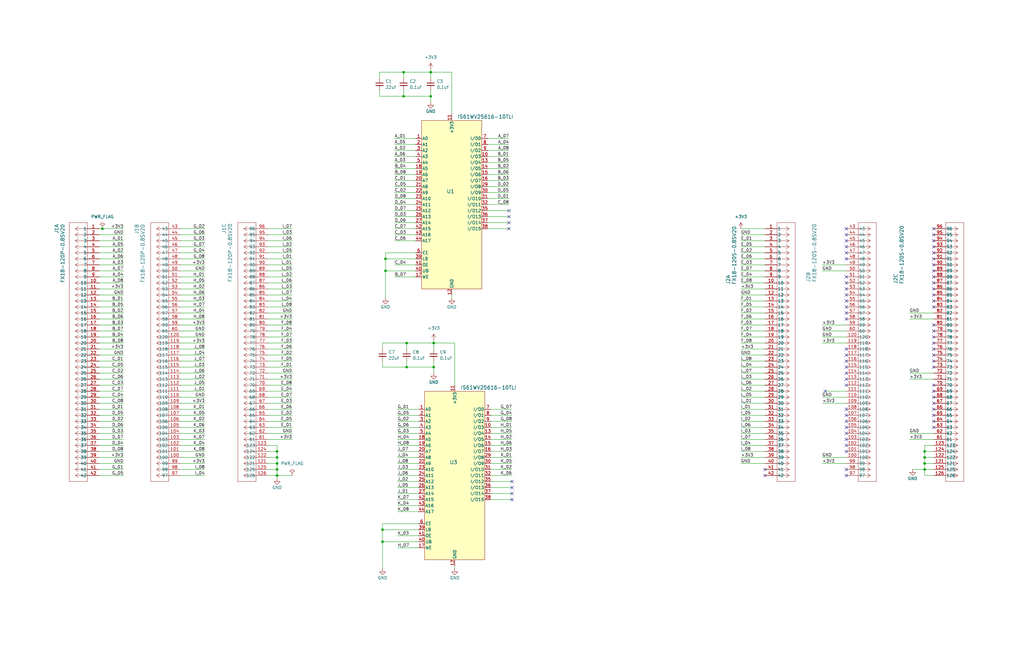
<source format=kicad_sch>
(kicad_sch (version 20231120) (generator "eeschema") (generator_version "8.0")
  (paper "USLedger")
  (lib_symbols
    (symbol "Device:C_Small" (pin_numbers hide) (pin_names (offset 0.254) hide)
      (property "Reference" "C" (at 0.254 1.778 0))
      (property "Value" "C_Small" (at 0.254 -2.032 0))
      (symbol "C_Small_1_1"
        (pin passive line (at 0 2.54 270) (length 2.032) (name "~") (number "1"))
        (pin passive line (at 0 -2.54 90) (length 2.032) (name "~") (number "2"))
      )
    )
    (symbol "FX18-120P-0-8SV20:FX18-120P-0.8SV20" (pin_names (offset 0.254))
      (property "Reference" "J" (at 8.89 6.35 0))
      (property "Value" "FX18-120P-0.8SV20" (at 0 0 0))
      (symbol "FX18-120P-0.8SV20_1_1"
        (pin passive line (at 0 0 0) (length 5.08) (name "1") (number "1"))
        (pin passive line (at 0 -22.86 0) (length 5.08) (name "10") (number "10"))
        (pin passive line (at 0 -25.4 0) (length 5.08) (name "11") (number "11"))
        (pin passive line (at 0 -27.94 0) (length 5.08) (name "12") (number "12"))
        (pin passive line (at 0 -30.48 0) (length 5.08) (name "13") (number "13"))
        (pin passive line (at 0 -33.02 0) (length 5.08) (name "14") (number "14"))
        (pin passive line (at 0 -35.56 0) (length 5.08) (name "15") (number "15"))
        (pin passive line (at 0 -38.1 0) (length 5.08) (name "16") (number "16"))
        (pin passive line (at 0 -40.64 0) (length 5.08) (name "17") (number "17"))
        (pin passive line (at 0 -43.18 0) (length 5.08) (name "18") (number "18"))
        (pin passive line (at 0 -45.72 0) (length 5.08) (name "19") (number "19"))
        (pin passive line (at 0 -2.54 0) (length 5.08) (name "2") (number "2"))
        (pin passive line (at 0 -48.26 0) (length 5.08) (name "20") (number "20"))
        (pin passive line (at 0 -50.8 0) (length 5.08) (name "21") (number "21"))
        (pin passive line (at 0 -53.34 0) (length 5.08) (name "22") (number "22"))
        (pin passive line (at 0 -55.88 0) (length 5.08) (name "23") (number "23"))
        (pin passive line (at 0 -58.42 0) (length 5.08) (name "24") (number "24"))
        (pin passive line (at 0 -60.96 0) (length 5.08) (name "25") (number "25"))
        (pin passive line (at 0 -63.5 0) (length 5.08) (name "26") (number "26"))
        (pin passive line (at 0 -66.04 0) (length 5.08) (name "27") (number "27"))
        (pin passive line (at 0 -68.58 0) (length 5.08) (name "28") (number "28"))
        (pin passive line (at 0 -71.12 0) (length 5.08) (name "29") (number "29"))
        (pin passive line (at 0 -5.08 0) (length 5.08) (name "3") (number "3"))
        (pin passive line (at 0 -73.66 0) (length 5.08) (name "30") (number "30"))
        (pin passive line (at 0 -76.2 0) (length 5.08) (name "31") (number "31"))
        (pin passive line (at 0 -78.74 0) (length 5.08) (name "32") (number "32"))
        (pin passive line (at 0 -81.28 0) (length 5.08) (name "33") (number "33"))
        (pin passive line (at 0 -83.82 0) (length 5.08) (name "34") (number "34"))
        (pin passive line (at 0 -86.36 0) (length 5.08) (name "35") (number "35"))
        (pin passive line (at 0 -88.9 0) (length 5.08) (name "36") (number "36"))
        (pin passive line (at 0 -91.44 0) (length 5.08) (name "37") (number "37"))
        (pin passive line (at 0 -93.98 0) (length 5.08) (name "38") (number "38"))
        (pin passive line (at 0 -96.52 0) (length 5.08) (name "39") (number "39"))
        (pin passive line (at 0 -7.62 0) (length 5.08) (name "4") (number "4"))
        (pin passive line (at 0 -99.06 0) (length 5.08) (name "40") (number "40"))
        (pin passive line (at 0 -101.6 0) (length 5.08) (name "41") (number "41"))
        (pin passive line (at 0 -104.14 0) (length 5.08) (name "42") (number "42"))
        (pin passive line (at 0 -10.16 0) (length 5.08) (name "5") (number "5"))
        (pin passive line (at 0 -12.7 0) (length 5.08) (name "6") (number "6"))
        (pin passive line (at 0 -15.24 0) (length 5.08) (name "7") (number "7"))
        (pin passive line (at 0 -17.78 0) (length 5.08) (name "8") (number "8"))
        (pin passive line (at 0 -20.32 0) (length 5.08) (name "9") (number "9"))
      )
      (symbol "FX18-120P-0.8SV20_2_1"
        (pin passive line (at 0 -96.52 0) (length 5.08) (name "100") (number "100"))
        (pin passive line (at 0 -93.98 0) (length 5.08) (name "101") (number "101"))
        (pin passive line (at 0 -91.44 0) (length 5.08) (name "102") (number "102"))
        (pin passive line (at 0 -88.9 0) (length 5.08) (name "103") (number "103"))
        (pin passive line (at 0 -86.36 0) (length 5.08) (name "104") (number "104"))
        (pin passive line (at 0 -83.82 0) (length 5.08) (name "105") (number "105"))
        (pin passive line (at 0 -81.28 0) (length 5.08) (name "106") (number "106"))
        (pin passive line (at 0 -78.74 0) (length 5.08) (name "107") (number "107"))
        (pin passive line (at 0 -76.2 0) (length 5.08) (name "108") (number "108"))
        (pin passive line (at 0 -73.66 0) (length 5.08) (name "109") (number "109"))
        (pin passive line (at 0 -71.12 0) (length 5.08) (name "110") (number "110"))
        (pin passive line (at 0 -68.58 0) (length 5.08) (name "111") (number "111"))
        (pin passive line (at 0 -66.04 0) (length 5.08) (name "112") (number "112"))
        (pin passive line (at 0 -63.5 0) (length 5.08) (name "113") (number "113"))
        (pin passive line (at 0 -60.96 0) (length 5.08) (name "114") (number "114"))
        (pin passive line (at 0 -58.42 0) (length 5.08) (name "115") (number "115"))
        (pin passive line (at 0 -55.88 0) (length 5.08) (name "116") (number "116"))
        (pin passive line (at 0 -53.34 0) (length 5.08) (name "117") (number "117"))
        (pin passive line (at 0 -50.8 0) (length 5.08) (name "118") (number "118"))
        (pin passive line (at 0 -48.26 0) (length 5.08) (name "119") (number "119"))
        (pin passive line (at 0 -45.72 0) (length 5.08) (name "120") (number "120"))
        (pin passive line (at 0 0 0) (length 5.08) (name "43") (number "43"))
        (pin passive line (at 0 -2.54 0) (length 5.08) (name "44") (number "44"))
        (pin passive line (at 0 -5.08 0) (length 5.08) (name "45") (number "45"))
        (pin passive line (at 0 -7.62 0) (length 5.08) (name "46") (number "46"))
        (pin passive line (at 0 -10.16 0) (length 5.08) (name "47") (number "47"))
        (pin passive line (at 0 -12.7 0) (length 5.08) (name "48") (number "48"))
        (pin passive line (at 0 -15.24 0) (length 5.08) (name "49") (number "49"))
        (pin passive line (at 0 -17.78 0) (length 5.08) (name "50") (number "50"))
        (pin passive line (at 0 -20.32 0) (length 5.08) (name "51") (number "51"))
        (pin passive line (at 0 -22.86 0) (length 5.08) (name "52") (number "52"))
        (pin passive line (at 0 -25.4 0) (length 5.08) (name "53") (number "53"))
        (pin passive line (at 0 -27.94 0) (length 5.08) (name "54") (number "54"))
        (pin passive line (at 0 -30.48 0) (length 5.08) (name "55") (number "55"))
        (pin passive line (at 0 -33.02 0) (length 5.08) (name "56") (number "56"))
        (pin passive line (at 0 -35.56 0) (length 5.08) (name "57") (number "57"))
        (pin passive line (at 0 -38.1 0) (length 5.08) (name "58") (number "58"))
        (pin passive line (at 0 -40.64 0) (length 5.08) (name "59") (number "59"))
        (pin passive line (at 0 -43.18 0) (length 5.08) (name "60") (number "60"))
        (pin passive line (at 0 -104.14 0) (length 5.08) (name "97") (number "97"))
        (pin passive line (at 0 -101.6 0) (length 5.08) (name "98") (number "98"))
        (pin passive line (at 0 -99.06 0) (length 5.08) (name "99") (number "99"))
      )
      (symbol "FX18-120P-0.8SV20_3_1"
        (pin passive line (at 0 -99.06 0) (length 5.08) (name "121") (number "121"))
        (pin passive line (at 0 -96.52 0) (length 5.08) (name "122") (number "122"))
        (pin passive line (at 0 -91.44 0) (length 5.08) (name "123") (number "123"))
        (pin passive line (at 0 -93.98 0) (length 5.08) (name "124") (number "124"))
        (pin passive line (at 0 -101.6 0) (length 5.08) (name "125") (number "125"))
        (pin passive line (at 0 -104.14 0) (length 5.08) (name "126") (number "126"))
        (pin passive line (at 0 -88.9 0) (length 5.08) (name "61") (number "61"))
        (pin passive line (at 0 -86.36 0) (length 5.08) (name "62") (number "62"))
        (pin passive line (at 0 -83.82 0) (length 5.08) (name "63") (number "63"))
        (pin passive line (at 0 -81.28 0) (length 5.08) (name "64") (number "64"))
        (pin passive line (at 0 -78.74 0) (length 5.08) (name "65") (number "65"))
        (pin passive line (at 0 -76.2 0) (length 5.08) (name "66") (number "66"))
        (pin passive line (at 0 -73.66 0) (length 5.08) (name "67") (number "67"))
        (pin passive line (at 0 -71.12 0) (length 5.08) (name "68") (number "68"))
        (pin passive line (at 0 -68.58 0) (length 5.08) (name "69") (number "69"))
        (pin passive line (at 0 -66.04 0) (length 5.08) (name "70") (number "70"))
        (pin passive line (at 0 -63.5 0) (length 5.08) (name "71") (number "71"))
        (pin passive line (at 0 -60.96 0) (length 5.08) (name "72") (number "72"))
        (pin passive line (at 0 -58.42 0) (length 5.08) (name "73") (number "73"))
        (pin passive line (at 0 -55.88 0) (length 5.08) (name "74") (number "74"))
        (pin passive line (at 0 -53.34 0) (length 5.08) (name "75") (number "75"))
        (pin passive line (at 0 -50.8 0) (length 5.08) (name "76") (number "76"))
        (pin passive line (at 0 -48.26 0) (length 5.08) (name "77") (number "77"))
        (pin passive line (at 0 -45.72 0) (length 5.08) (name "78") (number "78"))
        (pin passive line (at 0 -43.18 0) (length 5.08) (name "79") (number "79"))
        (pin passive line (at 0 -40.64 0) (length 5.08) (name "80") (number "80"))
        (pin passive line (at 0 -38.1 0) (length 5.08) (name "81") (number "81"))
        (pin passive line (at 0 -35.56 0) (length 5.08) (name "82") (number "82"))
        (pin passive line (at 0 -33.02 0) (length 5.08) (name "83") (number "83"))
        (pin passive line (at 0 -30.48 0) (length 5.08) (name "84") (number "84"))
        (pin passive line (at 0 -27.94 0) (length 5.08) (name "85") (number "85"))
        (pin passive line (at 0 -25.4 0) (length 5.08) (name "86") (number "86"))
        (pin passive line (at 0 -22.86 0) (length 5.08) (name "87") (number "87"))
        (pin passive line (at 0 -20.32 0) (length 5.08) (name "88") (number "88"))
        (pin passive line (at 0 -17.78 0) (length 5.08) (name "89") (number "89"))
        (pin passive line (at 0 -15.24 0) (length 5.08) (name "90") (number "90"))
        (pin passive line (at 0 -12.7 0) (length 5.08) (name "91") (number "91"))
        (pin passive line (at 0 -10.16 0) (length 5.08) (name "92") (number "92"))
        (pin passive line (at 0 -7.62 0) (length 5.08) (name "93") (number "93"))
        (pin passive line (at 0 -5.08 0) (length 5.08) (name "94") (number "94"))
        (pin passive line (at 0 -2.54 0) (length 5.08) (name "95") (number "95"))
        (pin passive line (at 0 0 0) (length 5.08) (name "96") (number "96"))
      )
    )
    (symbol "FX18-120S-0-8SV20:FX18-120S-0.8SV20" (pin_names (offset 0.254))
      (property "Reference" "J" (at 8.89 6.35 0))
      (property "Value" "FX18-120S-0.8SV20" (at 0 0 0))
      (symbol "FX18-120S-0.8SV20_1_1"
        (pin passive line (at 0 0 0) (length 5.08) (name "1") (number "1"))
        (pin passive line (at 0 -22.86 0) (length 5.08) (name "10") (number "10"))
        (pin passive line (at 0 -25.4 0) (length 5.08) (name "11") (number "11"))
        (pin passive line (at 0 -27.94 0) (length 5.08) (name "12") (number "12"))
        (pin passive line (at 0 -30.48 0) (length 5.08) (name "13") (number "13"))
        (pin passive line (at 0 -33.02 0) (length 5.08) (name "14") (number "14"))
        (pin passive line (at 0 -35.56 0) (length 5.08) (name "15") (number "15"))
        (pin passive line (at 0 -38.1 0) (length 5.08) (name "16") (number "16"))
        (pin passive line (at 0 -40.64 0) (length 5.08) (name "17") (number "17"))
        (pin passive line (at 0 -43.18 0) (length 5.08) (name "18") (number "18"))
        (pin passive line (at 0 -45.72 0) (length 5.08) (name "19") (number "19"))
        (pin passive line (at 0 -2.54 0) (length 5.08) (name "2") (number "2"))
        (pin passive line (at 0 -48.26 0) (length 5.08) (name "20") (number "20"))
        (pin passive line (at 0 -50.8 0) (length 5.08) (name "21") (number "21"))
        (pin passive line (at 0 -53.34 0) (length 5.08) (name "22") (number "22"))
        (pin passive line (at 0 -55.88 0) (length 5.08) (name "23") (number "23"))
        (pin passive line (at 0 -58.42 0) (length 5.08) (name "24") (number "24"))
        (pin passive line (at 0 -60.96 0) (length 5.08) (name "25") (number "25"))
        (pin passive line (at 0 -63.5 0) (length 5.08) (name "26") (number "26"))
        (pin passive line (at 0 -66.04 0) (length 5.08) (name "27") (number "27"))
        (pin passive line (at 0 -68.58 0) (length 5.08) (name "28") (number "28"))
        (pin passive line (at 0 -71.12 0) (length 5.08) (name "29") (number "29"))
        (pin passive line (at 0 -5.08 0) (length 5.08) (name "3") (number "3"))
        (pin passive line (at 0 -73.66 0) (length 5.08) (name "30") (number "30"))
        (pin passive line (at 0 -76.2 0) (length 5.08) (name "31") (number "31"))
        (pin passive line (at 0 -78.74 0) (length 5.08) (name "32") (number "32"))
        (pin passive line (at 0 -81.28 0) (length 5.08) (name "33") (number "33"))
        (pin passive line (at 0 -83.82 0) (length 5.08) (name "34") (number "34"))
        (pin passive line (at 0 -86.36 0) (length 5.08) (name "35") (number "35"))
        (pin passive line (at 0 -88.9 0) (length 5.08) (name "36") (number "36"))
        (pin passive line (at 0 -91.44 0) (length 5.08) (name "37") (number "37"))
        (pin passive line (at 0 -93.98 0) (length 5.08) (name "38") (number "38"))
        (pin passive line (at 0 -96.52 0) (length 5.08) (name "39") (number "39"))
        (pin passive line (at 0 -7.62 0) (length 5.08) (name "4") (number "4"))
        (pin passive line (at 0 -99.06 0) (length 5.08) (name "40") (number "40"))
        (pin passive line (at 0 -101.6 0) (length 5.08) (name "41") (number "41"))
        (pin passive line (at 0 -104.14 0) (length 5.08) (name "42") (number "42"))
        (pin passive line (at 0 -10.16 0) (length 5.08) (name "5") (number "5"))
        (pin passive line (at 0 -12.7 0) (length 5.08) (name "6") (number "6"))
        (pin passive line (at 0 -15.24 0) (length 5.08) (name "7") (number "7"))
        (pin passive line (at 0 -17.78 0) (length 5.08) (name "8") (number "8"))
        (pin passive line (at 0 -20.32 0) (length 5.08) (name "9") (number "9"))
      )
      (symbol "FX18-120S-0.8SV20_2_1"
        (pin passive line (at 0 -96.52 0) (length 5.08) (name "100") (number "100"))
        (pin passive line (at 0 -93.98 0) (length 5.08) (name "101") (number "101"))
        (pin passive line (at 0 -91.44 0) (length 5.08) (name "102") (number "102"))
        (pin passive line (at 0 -88.9 0) (length 5.08) (name "103") (number "103"))
        (pin passive line (at 0 -86.36 0) (length 5.08) (name "104") (number "104"))
        (pin passive line (at 0 -83.82 0) (length 5.08) (name "105") (number "105"))
        (pin passive line (at 0 -81.28 0) (length 5.08) (name "106") (number "106"))
        (pin passive line (at 0 -78.74 0) (length 5.08) (name "107") (number "107"))
        (pin passive line (at 0 -76.2 0) (length 5.08) (name "108") (number "108"))
        (pin passive line (at 0 -73.66 0) (length 5.08) (name "109") (number "109"))
        (pin passive line (at 0 -71.12 0) (length 5.08) (name "110") (number "110"))
        (pin passive line (at 0 -68.58 0) (length 5.08) (name "111") (number "111"))
        (pin passive line (at 0 -66.04 0) (length 5.08) (name "112") (number "112"))
        (pin passive line (at 0 -63.5 0) (length 5.08) (name "113") (number "113"))
        (pin passive line (at 0 -60.96 0) (length 5.08) (name "114") (number "114"))
        (pin passive line (at 0 -58.42 0) (length 5.08) (name "115") (number "115"))
        (pin passive line (at 0 -55.88 0) (length 5.08) (name "116") (number "116"))
        (pin passive line (at 0 -53.34 0) (length 5.08) (name "117") (number "117"))
        (pin passive line (at 0 -50.8 0) (length 5.08) (name "118") (number "118"))
        (pin passive line (at 0 -48.26 0) (length 5.08) (name "119") (number "119"))
        (pin passive line (at 0 -45.72 0) (length 5.08) (name "120") (number "120"))
        (pin passive line (at 0 0 0) (length 5.08) (name "43") (number "43"))
        (pin passive line (at 0 -2.54 0) (length 5.08) (name "44") (number "44"))
        (pin passive line (at 0 -5.08 0) (length 5.08) (name "45") (number "45"))
        (pin passive line (at 0 -7.62 0) (length 5.08) (name "46") (number "46"))
        (pin passive line (at 0 -10.16 0) (length 5.08) (name "47") (number "47"))
        (pin passive line (at 0 -12.7 0) (length 5.08) (name "48") (number "48"))
        (pin passive line (at 0 -15.24 0) (length 5.08) (name "49") (number "49"))
        (pin passive line (at 0 -17.78 0) (length 5.08) (name "50") (number "50"))
        (pin passive line (at 0 -20.32 0) (length 5.08) (name "51") (number "51"))
        (pin passive line (at 0 -22.86 0) (length 5.08) (name "52") (number "52"))
        (pin passive line (at 0 -25.4 0) (length 5.08) (name "53") (number "53"))
        (pin passive line (at 0 -27.94 0) (length 5.08) (name "54") (number "54"))
        (pin passive line (at 0 -30.48 0) (length 5.08) (name "55") (number "55"))
        (pin passive line (at 0 -33.02 0) (length 5.08) (name "56") (number "56"))
        (pin passive line (at 0 -35.56 0) (length 5.08) (name "57") (number "57"))
        (pin passive line (at 0 -38.1 0) (length 5.08) (name "58") (number "58"))
        (pin passive line (at 0 -40.64 0) (length 5.08) (name "59") (number "59"))
        (pin passive line (at 0 -43.18 0) (length 5.08) (name "60") (number "60"))
        (pin passive line (at 0 -104.14 0) (length 5.08) (name "97") (number "97"))
        (pin passive line (at 0 -101.6 0) (length 5.08) (name "98") (number "98"))
        (pin passive line (at 0 -99.06 0) (length 5.08) (name "99") (number "99"))
      )
      (symbol "FX18-120S-0.8SV20_3_1"
        (pin passive line (at 0 -99.06 0) (length 5.08) (name "121") (number "121"))
        (pin passive line (at 0 -96.52 0) (length 5.08) (name "122") (number "122"))
        (pin passive line (at 0 -91.44 0) (length 5.08) (name "123") (number "123"))
        (pin passive line (at 0 -93.98 0) (length 5.08) (name "124") (number "124"))
        (pin passive line (at 0 -101.6 0) (length 5.08) (name "125") (number "125"))
        (pin passive line (at 0 -104.14 0) (length 5.08) (name "126") (number "126"))
        (pin passive line (at 0 -88.9 0) (length 5.08) (name "61") (number "61"))
        (pin passive line (at 0 -86.36 0) (length 5.08) (name "62") (number "62"))
        (pin passive line (at 0 -83.82 0) (length 5.08) (name "63") (number "63"))
        (pin passive line (at 0 -81.28 0) (length 5.08) (name "64") (number "64"))
        (pin passive line (at 0 -78.74 0) (length 5.08) (name "65") (number "65"))
        (pin passive line (at 0 -76.2 0) (length 5.08) (name "66") (number "66"))
        (pin passive line (at 0 -73.66 0) (length 5.08) (name "67") (number "67"))
        (pin passive line (at 0 -71.12 0) (length 5.08) (name "68") (number "68"))
        (pin passive line (at 0 -68.58 0) (length 5.08) (name "69") (number "69"))
        (pin passive line (at 0 -66.04 0) (length 5.08) (name "70") (number "70"))
        (pin passive line (at 0 -63.5 0) (length 5.08) (name "71") (number "71"))
        (pin passive line (at 0 -60.96 0) (length 5.08) (name "72") (number "72"))
        (pin passive line (at 0 -58.42 0) (length 5.08) (name "73") (number "73"))
        (pin passive line (at 0 -55.88 0) (length 5.08) (name "74") (number "74"))
        (pin passive line (at 0 -53.34 0) (length 5.08) (name "75") (number "75"))
        (pin passive line (at 0 -50.8 0) (length 5.08) (name "76") (number "76"))
        (pin passive line (at 0 -48.26 0) (length 5.08) (name "77") (number "77"))
        (pin passive line (at 0 -45.72 0) (length 5.08) (name "78") (number "78"))
        (pin passive line (at 0 -43.18 0) (length 5.08) (name "79") (number "79"))
        (pin passive line (at 0 -40.64 0) (length 5.08) (name "80") (number "80"))
        (pin passive line (at 0 -38.1 0) (length 5.08) (name "81") (number "81"))
        (pin passive line (at 0 -35.56 0) (length 5.08) (name "82") (number "82"))
        (pin passive line (at 0 -33.02 0) (length 5.08) (name "83") (number "83"))
        (pin passive line (at 0 -30.48 0) (length 5.08) (name "84") (number "84"))
        (pin passive line (at 0 -27.94 0) (length 5.08) (name "85") (number "85"))
        (pin passive line (at 0 -25.4 0) (length 5.08) (name "86") (number "86"))
        (pin passive line (at 0 -22.86 0) (length 5.08) (name "87") (number "87"))
        (pin passive line (at 0 -20.32 0) (length 5.08) (name "88") (number "88"))
        (pin passive line (at 0 -17.78 0) (length 5.08) (name "89") (number "89"))
        (pin passive line (at 0 -15.24 0) (length 5.08) (name "90") (number "90"))
        (pin passive line (at 0 -12.7 0) (length 5.08) (name "91") (number "91"))
        (pin passive line (at 0 -10.16 0) (length 5.08) (name "92") (number "92"))
        (pin passive line (at 0 -7.62 0) (length 5.08) (name "93") (number "93"))
        (pin passive line (at 0 -5.08 0) (length 5.08) (name "94") (number "94"))
        (pin passive line (at 0 -2.54 0) (length 5.08) (name "95") (number "95"))
        (pin passive line (at 0 0 0) (length 5.08) (name "96") (number "96"))
      )
    )
    (symbol "IS61WV25616-10TLI:IS61WV25616BLL-10TLI-TR" (pin_names (offset 0.254))
      (property "Reference" "U" (at 40.386 14.224 0))
      (property "Value" "IS61WV25616-10TLI" (at 40.386 11.684 0))
      (symbol "IS61WV25616BLL-10TLI-TR_1_1"
        (pin input line (at 5.08 0 0) (length 2.54) (name "A0") (number "1"))
        (pin bidirectional line (at 35.56 -7.62 180) (length 2.54) (name "I/O3") (number "10"))
        (pin power_in line (at 20.32 10.16 270) (length 2.54) (name "+3V3") (number "11"))
        (pin power_in line (at 20.32 -66.04 90) (length 2.54) (name "GND") (number "12"))
        (pin bidirectional line (at 35.56 -10.16 180) (length 2.54) (name "I/O4") (number "13"))
        (pin bidirectional line (at 35.56 -12.7 180) (length 2.54) (name "I/O5") (number "14"))
        (pin bidirectional line (at 35.56 -15.24 180) (length 2.54) (name "I/O6") (number "15"))
        (pin bidirectional line (at 35.56 -17.78 180) (length 2.54) (name "I/O7") (number "16"))
        (pin input line (at 5.08 -58.42 0) (length 2.54) (name "WE") (number "17"))
        (pin input line (at 5.08 -12.7 0) (length 2.54) (name "A5") (number "18"))
        (pin input line (at 5.08 -15.24 0) (length 2.54) (name "A6") (number "19"))
        (pin input line (at 5.08 -2.54 0) (length 2.54) (name "A1") (number "2"))
        (pin input line (at 5.08 -17.78 0) (length 2.54) (name "A7") (number "20"))
        (pin input line (at 5.08 -20.32 0) (length 2.54) (name "A8") (number "21"))
        (pin input line (at 5.08 -22.86 0) (length 2.54) (name "A9") (number "22"))
        (pin input line (at 5.08 -25.4 0) (length 2.54) (name "A10") (number "23"))
        (pin input line (at 5.08 -27.94 0) (length 2.54) (name "A11") (number "24"))
        (pin input line (at 5.08 -30.48 0) (length 2.54) (name "A12") (number "25"))
        (pin input line (at 5.08 -33.02 0) (length 2.54) (name "A13") (number "26"))
        (pin input line (at 5.08 -35.56 0) (length 2.54) (name "A14") (number "27"))
        (pin no_connect line (at 5.08 -60.96 0) (length 2.54) hide (name "NC") (number "28"))
        (pin bidirectional line (at 35.56 -20.32 180) (length 2.54) (name "I/O8") (number "29"))
        (pin input line (at 5.08 -5.08 0) (length 2.54) (name "A2") (number "3"))
        (pin bidirectional line (at 35.56 -22.86 180) (length 2.54) (name "I/O9") (number "30"))
        (pin bidirectional line (at 35.56 -25.4 180) (length 2.54) (name "I/O10") (number "31"))
        (pin bidirectional line (at 35.56 -27.94 180) (length 2.54) (name "I/O11") (number "32"))
        (pin power_in line (at 20.32 10.16 270) (length 2.54) hide (name "+3V3") (number "33"))
        (pin power_in line (at 20.32 -66.04 90) (length 2.54) hide (name "GND") (number "34"))
        (pin bidirectional line (at 35.56 -30.48 180) (length 2.54) (name "I/O12") (number "35"))
        (pin bidirectional line (at 35.56 -33.02 180) (length 2.54) (name "I/O13") (number "36"))
        (pin bidirectional line (at 35.56 -35.56 180) (length 2.54) (name "I/O14") (number "37"))
        (pin bidirectional line (at 35.56 -38.1 180) (length 2.54) (name "I/O15") (number "38"))
        (pin input line (at 5.08 -50.8 0) (length 2.54) (name "LB") (number "39"))
        (pin input line (at 5.08 -7.62 0) (length 2.54) (name "A3") (number "4"))
        (pin input line (at 5.08 -55.88 0) (length 2.54) (name "UB") (number "40"))
        (pin input line (at 5.08 -53.34 0) (length 2.54) (name "OE") (number "41"))
        (pin input line (at 5.08 -38.1 0) (length 2.54) (name "A15") (number "42"))
        (pin input line (at 5.08 -40.64 0) (length 2.54) (name "A16") (number "43"))
        (pin input line (at 5.08 -43.18 0) (length 2.54) (name "A17") (number "44"))
        (pin input line (at 5.08 -10.16 0) (length 2.54) (name "A4") (number "5"))
        (pin input line (at 5.08 -48.26 0) (length 2.54) (name "CE") (number "6"))
        (pin bidirectional line (at 35.56 0 180) (length 2.54) (name "I/O0") (number "7"))
        (pin bidirectional line (at 35.56 -2.54 180) (length 2.54) (name "I/O1") (number "8"))
        (pin bidirectional line (at 35.56 -5.08 180) (length 2.54) (name "I/O2") (number "9"))
      )
    )
    (symbol "power:+3V3" (power) (pin_numbers hide) (pin_names (offset 0) hide)
      (property "Value" "+3V3" (at 0 3.556 0))
      (symbol "+3V3_1_1"
        (pin power_in line (at 0 0 90) (length 0) (name "~") (number "1"))
      )
    )
    (symbol "power:GND" (power) (pin_numbers hide) (pin_names (offset 0) hide)
      (property "Value" "GND" (at 0 -3.81 0))
      (symbol "GND_1_1"
        (pin power_in line (at 0 0 270) (length 0) (name "~") (number "1"))
      )
    )
    (symbol "power:PWR_FLAG" (power) (pin_numbers hide) (pin_names (offset 0) hide)
      (property "Value" "PWR_FLAG" (at 0 3.81 0))
      (symbol "PWR_FLAG_0_0"
        (pin power_out line (at 0 0 90) (length 0) (name "~") (number "1"))
      )
    )
  )
  (junction (at 171.45 154.94))
  (junction (at 43.18 96.52))
  (junction (at 116.84 198.12))
  (junction (at 170.18 40.64))
  (junction (at 116.84 200.66))
  (junction (at 116.84 195.58))
  (junction (at 182.88 144.78))
  (junction (at 161.29 223.52))
  (junction (at 116.84 193.04))
  (junction (at 162.56 114.3))
  (junction (at 389.89 190.5))
  (junction (at 181.61 30.48))
  (junction (at 116.84 190.5))
  (junction (at 182.88 154.94))
  (junction (at 389.89 195.58))
  (junction (at 389.89 193.04))
  (junction (at 389.89 198.12))
  (junction (at 162.56 109.22))
  (junction (at 171.45 144.78))
  (junction (at 181.61 40.64))
  (junction (at 170.18 30.48))
  (junction (at 161.29 228.6))
  (no_connect (at 393.7 104.14))
  (no_connect (at 393.7 116.84))
  (no_connect (at 393.7 111.76))
  (no_connect (at 356.87 134.62))
  (no_connect (at 393.7 177.8))
  (no_connect (at 356.87 124.46))
  (no_connect (at 356.87 96.52))
  (no_connect (at 393.7 114.3))
  (no_connect (at 356.87 106.68))
  (no_connect (at 393.7 109.22))
  (no_connect (at 356.87 198.12))
  (no_connect (at 322.58 198.12))
  (no_connect (at 393.7 121.92))
  (no_connect (at 356.87 104.14))
  (no_connect (at 393.7 149.86))
  (no_connect (at 356.87 99.06))
  (no_connect (at 356.87 149.86))
  (no_connect (at 393.7 139.7))
  (no_connect (at 356.87 177.8))
  (no_connect (at 393.7 96.52))
  (no_connect (at 356.87 101.6))
  (no_connect (at 393.7 101.6))
  (no_connect (at 356.87 182.88))
  (no_connect (at 214.63 96.52))
  (no_connect (at 356.87 116.84))
  (no_connect (at 214.63 91.44))
  (no_connect (at 214.63 93.98))
  (no_connect (at 393.7 167.64))
  (no_connect (at 215.9 203.2))
  (no_connect (at 356.87 175.26))
  (no_connect (at 356.87 109.22))
  (no_connect (at 347.98 165.1))
  (no_connect (at 356.87 127))
  (no_connect (at 393.7 137.16))
  (no_connect (at 393.7 124.46))
  (no_connect (at 393.7 142.24))
  (no_connect (at 393.7 144.78))
  (no_connect (at 393.7 162.56))
  (no_connect (at 356.87 119.38))
  (no_connect (at 356.87 160.02))
  (no_connect (at 393.7 180.34))
  (no_connect (at 356.87 190.5))
  (no_connect (at 393.7 170.18))
  (no_connect (at 356.87 180.34))
  (no_connect (at 393.7 99.06))
  (no_connect (at 393.7 147.32))
  (no_connect (at 393.7 175.26))
  (no_connect (at 356.87 152.4))
  (no_connect (at 356.87 187.96))
  (no_connect (at 356.87 154.94))
  (no_connect (at 356.87 185.42))
  (no_connect (at 215.9 205.74))
  (no_connect (at 393.7 152.4))
  (no_connect (at 356.87 132.08))
  (no_connect (at 215.9 210.82))
  (no_connect (at 322.58 200.66))
  (no_connect (at 356.87 147.32))
  (no_connect (at 356.87 200.66))
  (no_connect (at 393.7 172.72))
  (no_connect (at 356.87 129.54))
  (no_connect (at 393.7 129.54))
  (no_connect (at 356.87 157.48))
  (no_connect (at 214.63 88.9))
  (no_connect (at 393.7 165.1))
  (no_connect (at 393.7 106.68))
  (no_connect (at 393.7 154.94))
  (no_connect (at 215.9 208.28))
  (no_connect (at 356.87 172.72))
  (no_connect (at 356.87 162.56))
  (no_connect (at 393.7 119.38))
  (no_connect (at 393.7 127))
  (no_connect (at 356.87 121.92))
  (wire (pts (xy 312.42 154.94) (xy 322.58 154.94)))
  (wire (pts (xy 86.36 187.96) (xy 76.2 187.96)))
  (wire (pts (xy 52.07 190.5) (xy 41.91 190.5)))
  (wire (pts (xy 312.42 167.64) (xy 322.58 167.64)))
  (wire (pts (xy 312.42 190.5) (xy 322.58 190.5)))
  (wire (pts (xy 347.98 165.1) (xy 356.87 165.1)))
  (wire (pts (xy 383.54 182.88) (xy 393.7 182.88)))
  (wire (pts (xy 52.07 157.48) (xy 41.91 157.48)))
  (wire (pts (xy 161.29 220.98) (xy 176.53 220.98)))
  (wire (pts (xy 167.64 185.42) (xy 176.53 185.42)))
  (wire (pts (xy 346.71 139.7) (xy 356.87 139.7)))
  (wire (pts (xy 312.42 104.14) (xy 322.58 104.14)))
  (wire (pts (xy 52.07 111.76) (xy 41.91 111.76)))
  (wire (pts (xy 167.64 180.34) (xy 176.53 180.34)))
  (wire (pts (xy 123.19 109.22) (xy 113.03 109.22)))
  (wire (pts (xy 205.74 81.28) (xy 214.63 81.28)))
  (wire (pts (xy 52.07 106.68) (xy 41.91 106.68)))
  (wire (pts (xy 52.07 200.66) (xy 41.91 200.66)))
  (wire (pts (xy 207.01 175.26) (xy 215.9 175.26)))
  (wire (pts (xy 383.54 160.02) (xy 393.7 160.02)))
  (wire (pts (xy 182.88 144.78) (xy 182.88 147.32)))
  (wire (pts (xy 166.37 66.04) (xy 175.26 66.04)))
  (wire (pts (xy 383.54 185.42) (xy 393.7 185.42)))
  (wire (pts (xy 86.36 111.76) (xy 76.2 111.76)))
  (wire (pts (xy 52.07 185.42) (xy 41.91 185.42)))
  (wire (pts (xy 52.07 175.26) (xy 41.91 175.26)))
  (wire (pts (xy 76.2 109.22) (xy 86.36 109.22)))
  (wire (pts (xy 312.42 195.58) (xy 322.58 195.58)))
  (wire (pts (xy 52.07 198.12) (xy 41.91 198.12)))
  (wire (pts (xy 123.19 160.02) (xy 113.03 160.02)))
  (wire (pts (xy 116.84 190.5) (xy 113.03 190.5)))
  (wire (pts (xy 167.64 195.58) (xy 176.53 195.58)))
  (wire (pts (xy 312.42 152.4) (xy 322.58 152.4)))
  (wire (pts (xy 52.07 187.96) (xy 41.91 187.96)))
  (wire (pts (xy 86.36 172.72) (xy 76.2 172.72)))
  (wire (pts (xy 116.84 198.12) (xy 113.03 198.12)))
  (wire (pts (xy 86.36 127) (xy 76.2 127)))
  (wire (pts (xy 86.36 137.16) (xy 76.2 137.16)))
  (wire (pts (xy 52.07 116.84) (xy 41.91 116.84)))
  (wire (pts (xy 52.07 160.02) (xy 41.91 160.02)))
  (wire (pts (xy 312.42 99.06) (xy 322.58 99.06)))
  (wire (pts (xy 170.18 30.48) (xy 181.61 30.48)))
  (wire (pts (xy 86.36 190.5) (xy 76.2 190.5)))
  (wire (pts (xy 312.42 149.86) (xy 322.58 149.86)))
  (wire (pts (xy 166.37 96.52) (xy 175.26 96.52)))
  (wire (pts (xy 116.84 193.04) (xy 116.84 195.58)))
  (wire (pts (xy 207.01 198.12) (xy 215.9 198.12)))
  (wire (pts (xy 312.42 137.16) (xy 322.58 137.16)))
  (wire (pts (xy 52.07 149.86) (xy 41.91 149.86)))
  (wire (pts (xy 52.07 137.16) (xy 41.91 137.16)))
  (wire (pts (xy 207.01 208.28) (xy 215.9 208.28)))
  (wire (pts (xy 190.5 30.48) (xy 181.61 30.48)))
  (wire (pts (xy 86.36 121.92) (xy 76.2 121.92)))
  (wire (pts (xy 312.42 121.92) (xy 322.58 121.92)))
  (wire (pts (xy 123.19 185.42) (xy 113.03 185.42)))
  (wire (pts (xy 167.64 213.36) (xy 176.53 213.36)))
  (wire (pts (xy 116.84 200.66) (xy 123.19 200.66)))
  (wire (pts (xy 162.56 109.22) (xy 175.26 109.22)))
  (wire (pts (xy 205.74 73.66) (xy 214.63 73.66)))
  (wire (pts (xy 52.07 154.94) (xy 41.91 154.94)))
  (wire (pts (xy 52.07 119.38) (xy 41.91 119.38)))
  (wire (pts (xy 86.36 147.32) (xy 76.2 147.32)))
  (wire (pts (xy 86.36 195.58) (xy 76.2 195.58)))
  (wire (pts (xy 123.19 142.24) (xy 113.03 142.24)))
  (wire (pts (xy 52.07 147.32) (xy 41.91 147.32)))
  (wire (pts (xy 160.02 40.64) (xy 170.18 40.64)))
  (wire (pts (xy 389.89 190.5) (xy 393.7 190.5)))
  (wire (pts (xy 123.19 134.62) (xy 113.03 134.62)))
  (wire (pts (xy 171.45 144.78) (xy 182.88 144.78)))
  (wire (pts (xy 123.19 147.32) (xy 113.03 147.32)))
  (wire (pts (xy 116.84 193.04) (xy 113.03 193.04)))
  (wire (pts (xy 52.07 114.3) (xy 41.91 114.3)))
  (wire (pts (xy 86.36 152.4) (xy 76.2 152.4)))
  (wire (pts (xy 312.42 139.7) (xy 322.58 139.7)))
  (wire (pts (xy 167.64 182.88) (xy 176.53 182.88)))
  (wire (pts (xy 123.19 132.08) (xy 113.03 132.08)))
  (wire (pts (xy 116.84 187.96) (xy 116.84 190.5)))
  (wire (pts (xy 123.19 175.26) (xy 113.03 175.26)))
  (wire (pts (xy 161.29 144.78) (xy 171.45 144.78)))
  (wire (pts (xy 393.7 187.96) (xy 389.89 187.96)))
  (wire (pts (xy 86.36 157.48) (xy 76.2 157.48)))
  (wire (pts (xy 181.61 29.21) (xy 181.61 30.48)))
  (wire (pts (xy 205.74 63.5) (xy 214.63 63.5)))
  (wire (pts (xy 43.18 96.52) (xy 41.91 96.52)))
  (wire (pts (xy 116.84 200.66) (xy 116.84 201.93)))
  (wire (pts (xy 389.89 198.12) (xy 389.89 200.66)))
  (wire (pts (xy 116.84 195.58) (xy 113.03 195.58)))
  (wire (pts (xy 86.36 142.24) (xy 76.2 142.24)))
  (wire (pts (xy 123.19 162.56) (xy 113.03 162.56)))
  (wire (pts (xy 166.37 73.66) (xy 175.26 73.66)))
  (wire (pts (xy 86.36 119.38) (xy 76.2 119.38)))
  (wire (pts (xy 383.54 157.48) (xy 393.7 157.48)))
  (wire (pts (xy 166.37 63.5) (xy 175.26 63.5)))
  (wire (pts (xy 166.37 71.12) (xy 175.26 71.12)))
  (wire (pts (xy 160.02 33.02) (xy 160.02 30.48)))
  (wire (pts (xy 389.89 193.04) (xy 389.89 195.58)))
  (wire (pts (xy 86.36 182.88) (xy 76.2 182.88)))
  (wire (pts (xy 116.84 198.12) (xy 116.84 200.66)))
  (wire (pts (xy 205.74 91.44) (xy 214.63 91.44)))
  (wire (pts (xy 166.37 99.06) (xy 175.26 99.06)))
  (wire (pts (xy 52.07 101.6) (xy 41.91 101.6)))
  (wire (pts (xy 86.36 160.02) (xy 76.2 160.02)))
  (wire (pts (xy 207.01 200.66) (xy 215.9 200.66)))
  (wire (pts (xy 312.42 157.48) (xy 322.58 157.48)))
  (wire (pts (xy 162.56 106.68) (xy 175.26 106.68)))
  (wire (pts (xy 167.64 215.9) (xy 176.53 215.9)))
  (wire (pts (xy 312.42 144.78) (xy 322.58 144.78)))
  (wire (pts (xy 205.74 96.52) (xy 214.63 96.52)))
  (wire (pts (xy 171.45 152.4) (xy 171.45 154.94)))
  (wire (pts (xy 161.29 223.52) (xy 176.53 223.52)))
  (wire (pts (xy 52.07 182.88) (xy 41.91 182.88)))
  (wire (pts (xy 123.19 180.34) (xy 113.03 180.34)))
  (wire (pts (xy 167.64 210.82) (xy 176.53 210.82)))
  (wire (pts (xy 207.01 190.5) (xy 215.9 190.5)))
  (wire (pts (xy 116.84 195.58) (xy 116.84 198.12)))
  (wire (pts (xy 52.07 162.56) (xy 41.91 162.56)))
  (wire (pts (xy 123.19 152.4) (xy 113.03 152.4)))
  (wire (pts (xy 312.42 114.3) (xy 322.58 114.3)))
  (wire (pts (xy 162.56 109.22) (xy 162.56 114.3)))
  (wire (pts (xy 167.64 208.28) (xy 176.53 208.28)))
  (wire (pts (xy 312.42 170.18) (xy 322.58 170.18)))
  (wire (pts (xy 346.71 193.04) (xy 356.87 193.04)))
  (wire (pts (xy 166.37 83.82) (xy 175.26 83.82)))
  (wire (pts (xy 167.64 175.26) (xy 176.53 175.26)))
  (wire (pts (xy 167.64 198.12) (xy 176.53 198.12)))
  (wire (pts (xy 182.88 152.4) (xy 182.88 154.94)))
  (wire (pts (xy 205.74 71.12) (xy 214.63 71.12)))
  (wire (pts (xy 389.89 198.12) (xy 393.7 198.12)))
  (wire (pts (xy 207.01 187.96) (xy 215.9 187.96)))
  (wire (pts (xy 162.56 114.3) (xy 175.26 114.3)))
  (wire (pts (xy 389.89 195.58) (xy 393.7 195.58)))
  (wire (pts (xy 166.37 88.9) (xy 175.26 88.9)))
  (wire (pts (xy 167.64 177.8) (xy 176.53 177.8)))
  (wire (pts (xy 167.64 187.96) (xy 176.53 187.96)))
  (wire (pts (xy 207.01 210.82) (xy 215.9 210.82)))
  (wire (pts (xy 312.42 165.1) (xy 322.58 165.1)))
  (wire (pts (xy 123.19 116.84) (xy 113.03 116.84)))
  (wire (pts (xy 191.77 144.78) (xy 182.88 144.78)))
  (wire (pts (xy 113.03 187.96) (xy 116.84 187.96)))
  (wire (pts (xy 312.42 116.84) (xy 322.58 116.84)))
  (wire (pts (xy 170.18 30.48) (xy 170.18 33.02)))
  (wire (pts (xy 171.45 154.94) (xy 182.88 154.94)))
  (wire (pts (xy 86.36 180.34) (xy 76.2 180.34)))
  (wire (pts (xy 312.42 172.72) (xy 322.58 172.72)))
  (wire (pts (xy 52.07 139.7) (xy 41.91 139.7)))
  (wire (pts (xy 312.42 147.32) (xy 322.58 147.32)))
  (wire (pts (xy 123.19 165.1) (xy 113.03 165.1)))
  (wire (pts (xy 86.36 175.26) (xy 76.2 175.26)))
  (wire (pts (xy 312.42 187.96) (xy 322.58 187.96)))
  (wire (pts (xy 123.19 106.68) (xy 113.03 106.68)))
  (wire (pts (xy 161.29 154.94) (xy 171.45 154.94)))
  (wire (pts (xy 52.07 180.34) (xy 41.91 180.34)))
  (wire (pts (xy 86.36 154.94) (xy 76.2 154.94)))
  (wire (pts (xy 207.01 182.88) (xy 215.9 182.88)))
  (wire (pts (xy 205.74 58.42) (xy 214.63 58.42)))
  (wire (pts (xy 190.5 124.46) (xy 190.5 125.73)))
  (wire (pts (xy 166.37 68.58) (xy 175.26 68.58)))
  (wire (pts (xy 123.19 111.76) (xy 113.03 111.76)))
  (wire (pts (xy 166.37 76.2) (xy 175.26 76.2)))
  (wire (pts (xy 123.19 124.46) (xy 113.03 124.46)))
  (wire (pts (xy 86.36 129.54) (xy 76.2 129.54)))
  (wire (pts (xy 86.36 167.64) (xy 76.2 167.64)))
  (wire (pts (xy 123.19 129.54) (xy 113.03 129.54)))
  (wire (pts (xy 205.74 93.98) (xy 214.63 93.98)))
  (wire (pts (xy 312.42 109.22) (xy 322.58 109.22)))
  (wire (pts (xy 167.64 200.66) (xy 176.53 200.66)))
  (wire (pts (xy 346.71 114.3) (xy 356.87 114.3)))
  (wire (pts (xy 346.71 137.16) (xy 356.87 137.16)))
  (wire (pts (xy 389.89 190.5) (xy 389.89 193.04)))
  (wire (pts (xy 123.19 167.64) (xy 113.03 167.64)))
  (wire (pts (xy 346.71 111.76) (xy 356.87 111.76)))
  (wire (pts (xy 116.84 190.5) (xy 116.84 193.04)))
  (wire (pts (xy 205.74 76.2) (xy 214.63 76.2)))
  (wire (pts (xy 86.36 139.7) (xy 76.2 139.7)))
  (wire (pts (xy 52.07 142.24) (xy 41.91 142.24)))
  (wire (pts (xy 86.36 101.6) (xy 76.2 101.6)))
  (wire (pts (xy 190.5 48.26) (xy 190.5 30.48)))
  (wire (pts (xy 207.01 193.04) (xy 215.9 193.04)))
  (wire (pts (xy 123.19 157.48) (xy 113.03 157.48)))
  (wire (pts (xy 312.42 124.46) (xy 322.58 124.46)))
  (wire (pts (xy 161.29 220.98) (xy 161.29 223.52)))
  (wire (pts (xy 312.42 175.26) (xy 322.58 175.26)))
  (wire (pts (xy 116.84 200.66) (xy 113.03 200.66)))
  (wire (pts (xy 52.07 121.92) (xy 41.91 121.92)))
  (wire (pts (xy 346.71 170.18) (xy 356.87 170.18)))
  (wire (pts (xy 207.01 195.58) (xy 215.9 195.58)))
  (wire (pts (xy 389.89 187.96) (xy 389.89 190.5)))
  (wire (pts (xy 86.36 149.86) (xy 76.2 149.86)))
  (wire (pts (xy 166.37 93.98) (xy 175.26 93.98)))
  (wire (pts (xy 52.07 96.52) (xy 43.18 96.52)))
  (wire (pts (xy 123.19 104.14) (xy 113.03 104.14)))
  (wire (pts (xy 52.07 165.1) (xy 41.91 165.1)))
  (wire (pts (xy 86.36 177.8) (xy 76.2 177.8)))
  (wire (pts (xy 166.37 60.96) (xy 175.26 60.96)))
  (wire (pts (xy 86.36 200.66) (xy 76.2 200.66)))
  (wire (pts (xy 86.36 96.52) (xy 76.2 96.52)))
  (wire (pts (xy 123.19 96.52) (xy 113.03 96.52)))
  (wire (pts (xy 181.61 30.48) (xy 181.61 33.02)))
  (wire (pts (xy 170.18 38.1) (xy 170.18 40.64)))
  (wire (pts (xy 383.54 134.62) (xy 393.7 134.62)))
  (wire (pts (xy 312.42 127) (xy 322.58 127)))
  (wire (pts (xy 123.19 119.38) (xy 113.03 119.38)))
  (wire (pts (xy 191.77 162.56) (xy 191.77 144.78)))
  (wire (pts (xy 205.74 60.96) (xy 214.63 60.96)))
  (wire (pts (xy 52.07 172.72) (xy 41.91 172.72)))
  (wire (pts (xy 52.07 152.4) (xy 41.91 152.4)))
  (wire (pts (xy 312.42 119.38) (xy 322.58 119.38)))
  (wire (pts (xy 205.74 78.74) (xy 214.63 78.74)))
  (wire (pts (xy 312.42 180.34) (xy 322.58 180.34)))
  (wire (pts (xy 312.42 162.56) (xy 322.58 162.56)))
  (wire (pts (xy 207.01 205.74) (xy 215.9 205.74)))
  (wire (pts (xy 123.19 170.18) (xy 113.03 170.18)))
  (wire (pts (xy 86.36 134.62) (xy 76.2 134.62)))
  (wire (pts (xy 207.01 180.34) (xy 215.9 180.34)))
  (wire (pts (xy 312.42 182.88) (xy 322.58 182.88)))
  (wire (pts (xy 86.36 116.84) (xy 76.2 116.84)))
  (wire (pts (xy 86.36 104.14) (xy 76.2 104.14)))
  (wire (pts (xy 161.29 228.6) (xy 176.53 228.6)))
  (wire (pts (xy 52.07 104.14) (xy 41.91 104.14)))
  (wire (pts (xy 86.36 162.56) (xy 76.2 162.56)))
  (wire (pts (xy 167.64 172.72) (xy 176.53 172.72)))
  (wire (pts (xy 389.89 193.04) (xy 393.7 193.04)))
  (wire (pts (xy 346.71 195.58) (xy 356.87 195.58)))
  (wire (pts (xy 207.01 185.42) (xy 215.9 185.42)))
  (wire (pts (xy 346.71 144.78) (xy 356.87 144.78)))
  (wire (pts (xy 205.74 83.82) (xy 214.63 83.82)))
  (wire (pts (xy 86.36 114.3) (xy 76.2 114.3)))
  (wire (pts (xy 167.64 205.74) (xy 176.53 205.74)))
  (wire (pts (xy 161.29 152.4) (xy 161.29 154.94)))
  (wire (pts (xy 166.37 58.42) (xy 175.26 58.42)))
  (wire (pts (xy 167.64 193.04) (xy 176.53 193.04)))
  (wire (pts (xy 166.37 81.28) (xy 175.26 81.28)))
  (wire (pts (xy 205.74 68.58) (xy 214.63 68.58)))
  (wire (pts (xy 346.71 142.24) (xy 356.87 142.24)))
  (wire (pts (xy 160.02 30.48) (xy 170.18 30.48)))
  (wire (pts (xy 205.74 86.36) (xy 214.63 86.36)))
  (wire (pts (xy 205.74 88.9) (xy 214.63 88.9)))
  (wire (pts (xy 52.07 109.22) (xy 41.91 109.22)))
  (wire (pts (xy 161.29 223.52) (xy 161.29 228.6)))
  (wire (pts (xy 52.07 193.04) (xy 41.91 193.04)))
  (wire (pts (xy 312.42 160.02) (xy 322.58 160.02)))
  (wire (pts (xy 52.07 195.58) (xy 41.91 195.58)))
  (wire (pts (xy 86.36 193.04) (xy 76.2 193.04)))
  (wire (pts (xy 312.42 185.42) (xy 322.58 185.42)))
  (wire (pts (xy 312.42 129.54) (xy 322.58 129.54)))
  (wire (pts (xy 123.19 101.6) (xy 113.03 101.6)))
  (wire (pts (xy 123.19 172.72) (xy 113.03 172.72)))
  (wire (pts (xy 123.19 182.88) (xy 113.03 182.88)))
  (wire (pts (xy 86.36 170.18) (xy 76.2 170.18)))
  (wire (pts (xy 123.19 177.8) (xy 113.03 177.8)))
  (wire (pts (xy 383.54 132.08) (xy 393.7 132.08)))
  (wire (pts (xy 52.07 127) (xy 41.91 127)))
  (wire (pts (xy 389.89 200.66) (xy 393.7 200.66)))
  (wire (pts (xy 86.36 198.12) (xy 76.2 198.12)))
  (wire (pts (xy 123.19 137.16) (xy 113.03 137.16)))
  (wire (pts (xy 207.01 203.2) (xy 215.9 203.2)))
  (wire (pts (xy 205.74 66.04) (xy 214.63 66.04)))
  (wire (pts (xy 162.56 114.3) (xy 162.56 125.73)))
  (wire (pts (xy 167.64 231.14) (xy 176.53 231.14)))
  (wire (pts (xy 86.36 185.42) (xy 76.2 185.42)))
  (wire (pts (xy 167.64 203.2) (xy 176.53 203.2)))
  (wire (pts (xy 52.07 167.64) (xy 41.91 167.64)))
  (wire (pts (xy 123.19 121.92) (xy 113.03 121.92)))
  (wire (pts (xy 166.37 116.84) (xy 175.26 116.84)))
  (wire (pts (xy 52.07 177.8) (xy 41.91 177.8)))
  (wire (pts (xy 52.07 134.62) (xy 41.91 134.62)))
  (wire (pts (xy 52.07 99.06) (xy 41.91 99.06)))
  (wire (pts (xy 162.56 106.68) (xy 162.56 109.22)))
  (wire (pts (xy 312.42 106.68) (xy 322.58 106.68)))
  (wire (pts (xy 191.77 238.76) (xy 191.77 240.03)))
  (wire (pts (xy 123.19 99.06) (xy 113.03 99.06)))
  (wire (pts (xy 312.42 193.04) (xy 322.58 193.04)))
  (wire (pts (xy 182.88 143.51) (xy 182.88 144.78)))
  (wire (pts (xy 52.07 144.78) (xy 41.91 144.78)))
  (wire (pts (xy 170.18 40.64) (xy 181.61 40.64)))
  (wire (pts (xy 52.07 129.54) (xy 41.91 129.54)))
  (wire (pts (xy 384.81 198.12) (xy 389.89 198.12)))
  (wire (pts (xy 161.29 147.32) (xy 161.29 144.78)))
  (wire (pts (xy 52.07 124.46) (xy 41.91 124.46)))
  (wire (pts (xy 166.37 91.44) (xy 175.26 91.44)))
  (wire (pts (xy 52.07 170.18) (xy 41.91 170.18)))
  (wire (pts (xy 312.42 101.6) (xy 322.58 101.6)))
  (wire (pts (xy 167.64 190.5) (xy 176.53 190.5)))
  (wire (pts (xy 171.45 144.78) (xy 171.45 147.32)))
  (wire (pts (xy 86.36 124.46) (xy 76.2 124.46)))
  (wire (pts (xy 123.19 114.3) (xy 113.03 114.3)))
  (wire (pts (xy 86.36 106.68) (xy 76.2 106.68)))
  (wire (pts (xy 312.42 132.08) (xy 322.58 132.08)))
  (wire (pts (xy 86.36 132.08) (xy 76.2 132.08)))
  (wire (pts (xy 166.37 101.6) (xy 175.26 101.6)))
  (wire (pts (xy 161.29 228.6) (xy 161.29 240.03)))
  (wire (pts (xy 182.88 154.94) (xy 182.88 157.48)))
  (wire (pts (xy 123.19 154.94) (xy 113.03 154.94)))
  (wire (pts (xy 123.19 139.7) (xy 113.03 139.7)))
  (wire (pts (xy 166.37 86.36) (xy 175.26 86.36)))
  (wire (pts (xy 86.36 165.1) (xy 76.2 165.1)))
  (wire (pts (xy 123.19 149.86) (xy 113.03 149.86)))
  (wire (pts (xy 167.64 226.06) (xy 176.53 226.06)))
  (wire (pts (xy 181.61 38.1) (xy 181.61 40.64)))
  (wire (pts (xy 123.19 144.78) (xy 113.03 144.78)))
  (wire (pts (xy 160.02 38.1) (xy 160.02 40.64)))
  (wire (pts (xy 312.42 142.24) (xy 322.58 142.24)))
  (wire (pts (xy 123.19 127) (xy 113.03 127)))
  (wire (pts (xy 389.89 195.58) (xy 389.89 198.12)))
  (wire (pts (xy 166.37 111.76) (xy 175.26 111.76)))
  (wire (pts (xy 346.71 167.64) (xy 356.87 167.64)))
  (wire (pts (xy 86.36 144.78) (xy 76.2 144.78)))
  (wire (pts (xy 312.42 111.76) (xy 322.58 111.76)))
  (wire (pts (xy 52.07 132.08) (xy 41.91 132.08)))
  (wire (pts (xy 312.42 177.8) (xy 322.58 177.8)))
  (wire (pts (xy 312.42 134.62) (xy 322.58 134.62)))
  (wire (pts (xy 86.36 99.06) (xy 76.2 99.06)))
  (wire (pts (xy 207.01 177.8) (xy 215.9 177.8)))
  (wire (pts (xy 207.01 172.72) (xy 215.9 172.72)))
  (wire (pts (xy 166.37 78.74) (xy 175.26 78.74)))
  (wire (pts (xy 312.42 96.52) (xy 322.58 96.52)))
  (wire (pts (xy 181.61 40.64) (xy 181.61 43.18)))
  (label "A_08" (at 214.63 63.5 180))
  (label "K_08" (at 86.36 190.5 180))
  (label "B_05" (at 52.07 129.54 180))
  (label "I_04" (at 86.36 200.66 180))
  (label "H_07" (at 86.36 129.54 180))
  (label "F_04" (at 312.42 142.24 0))
  (label "GND" (at 86.36 193.04 180))
  (label "L_07" (at 123.19 124.46 180))
  (label "C_08" (at 52.07 170.18 180))
  (label "J_07" (at 167.64 190.5 0))
  (label "I_06" (at 312.42 180.34 0))
  (label "B_03" (at 214.63 76.2 180))
  (label "A_01" (at 52.07 101.6 180))
  (label "A_06" (at 52.07 109.22 180))
  (label "K_04" (at 167.64 213.36 0))
  (label "+3V3" (at 312.42 193.04 0))
  (label "E_08" (at 312.42 119.38 0))
  (label "K_01" (at 215.9 193.04 180))
  (label "E_06" (at 123.19 172.72 180))
  (label "A_04" (at 214.63 60.96 180))
  (label "B_01" (at 52.07 127 180))
  (label "G_05" (at 52.07 200.66 180))
  (label "F_01" (at 312.42 127 0))
  (label "H_06" (at 215.9 187.96 180))
  (label "+3V3" (at 52.07 121.92 180))
  (label "H_03" (at 215.9 190.5 180))
  (label "C_03" (at 52.07 162.56 180))
  (label "+3V3" (at 86.36 137.16 180))
  (label "GND" (at 383.54 157.48 0))
  (label "A_04" (at 52.07 116.84 180))
  (label "L_05" (at 312.42 167.64 0))
  (label "H_04" (at 86.36 132.08 180))
  (label "F_05" (at 123.19 152.4 180))
  (label "K_07" (at 86.36 185.42 180))
  (label "B_08" (at 166.37 73.66 0))
  (label "L_01" (at 123.19 111.76 180))
  (label "G_02" (at 86.36 96.52 180))
  (label "L_01" (at 312.42 170.18 0))
  (label "H_08" (at 167.64 187.96 0))
  (label "C_03" (at 166.37 99.06 0))
  (label "GND" (at 52.07 124.46 180))
  (label "I_02" (at 123.19 104.14 180))
  (label "+3V3" (at 86.36 195.58 180))
  (label "G_04" (at 86.36 106.68 180))
  (label "G_07" (at 215.9 172.72 180))
  (label "E_08" (at 123.19 162.56 180))
  (label "H_03" (at 86.36 127 180))
  (label "L_07" (at 312.42 157.48 0))
  (label "G_07" (at 86.36 104.14 180))
  (label "+3V3" (at 86.36 144.78 180))
  (label "D_06" (at 166.37 93.98 0))
  (label "C_07" (at 52.07 165.1 180))
  (label "B_02" (at 214.63 71.12 180))
  (label "A_05" (at 166.37 60.96 0))
  (label "F_08" (at 312.42 144.78 0))
  (label "GND" (at 346.71 193.04 0))
  (label "A_05" (at 52.07 104.14 180))
  (label "E_03" (at 123.19 170.18 180))
  (label "F_06" (at 312.42 134.62 0))
  (label "E_04" (at 123.19 165.1 180))
  (label "GND" (at 312.42 99.06 0))
  (label "J_06" (at 86.36 157.48 180))
  (label "+3V3" (at 123.19 185.42 180))
  (label "F_04" (at 123.19 139.7 180))
  (label "D_03" (at 166.37 91.44 0))
  (label "A_07" (at 214.63 58.42 180))
  (label "J_07" (at 86.36 152.4 180))
  (label "J_05" (at 86.36 162.56 180))
  (label "G_03" (at 86.36 101.6 180))
  (label "I_03" (at 312.42 182.88 0))
  (label "I_06" (at 123.19 101.6 180))
  (label "J_02" (at 86.36 160.02 180))
  (label "C_08" (at 214.63 86.36 180))
  (label "G_03" (at 167.64 182.88 0))
  (label "F_01" (at 123.19 154.94 180))
  (label "D_05" (at 214.63 81.28 180))
  (label "C_07" (at 166.37 96.52 0))
  (label "B_06" (at 52.07 134.62 180))
  (label "D_06" (at 52.07 180.34 180))
  (label "D_08" (at 52.07 190.5 180))
  (label "C_01" (at 52.07 152.4 180))
  (label "E_02" (at 123.19 175.26 180))
  (label "B_07" (at 52.07 139.7 180))
  (label "B_04" (at 166.37 71.12 0))
  (label "B_04" (at 52.07 142.24 180))
  (label "H_02" (at 215.9 185.42 180))
  (label "+3V3" (at 383.54 134.62 0))
  (label "GND" (at 52.07 195.58 180))
  (label "J_03" (at 167.64 198.12 0))
  (label "G_06" (at 167.64 180.34 0))
  (label "I_05" (at 312.42 175.26 0))
  (label "GND" (at 86.36 167.64 180))
  (label "+3V3" (at 312.42 121.92 0))
  (label "I_01" (at 312.42 172.72 0))
  (label "F_07" (at 312.42 139.7 0))
  (label "K_02" (at 215.9 198.12 180))
  (label "F_05" (at 312.42 129.54 0))
  (label "E_07" (at 123.19 167.64 180))
  (label "I_08" (at 312.42 190.5 0))
  (label "L_02" (at 312.42 165.1 0))
  (label "G_05" (at 167.64 175.26 0))
  (label "J_08" (at 167.64 195.58 0))
  (label "L_03" (at 312.42 160.02 0))
  (label "E_05" (at 312.42 104.14 0))
  (label "+3V3" (at 346.71 111.76 0))
  (label "GND" (at 346.71 114.3 0))
  (label "+3V3" (at 346.71 144.78 0))
  (label "G_01" (at 52.07 198.12 180))
  (label "C_06" (at 52.07 160.02 180))
  (label "+3V3" (at 312.42 147.32 0))
  (label "A_03" (at 166.37 68.58 0))
  (label "L_08" (at 312.42 152.4 0))
  (label "J_01" (at 86.36 165.1 180))
  (label "J_04" (at 86.36 149.86 180))
  (label "K_05" (at 215.9 195.58 180))
  (label "+3V3" (at 123.19 134.62 180))
  (label "GND" (at 312.42 124.46 0))
  (label "A_06" (at 166.37 66.04 0))
  (label "C_02" (at 166.37 81.28 0))
  (label "A_08" (at 52.07 119.38 180))
  (label "L_06" (at 123.19 119.38 180))
  (label "C_04" (at 166.37 111.76 0))
  (label "L_04" (at 123.19 127 180))
  (label "F_02" (at 123.19 149.86 180))
  (label "GND" (at 346.71 142.24 0))
  (label "I_07" (at 123.19 96.52 180))
  (label "E_01" (at 123.19 180.34 180))
  (label "K_06" (at 215.9 200.66 180))
  (label "J_01" (at 167.64 208.28 0))
  (label "C_04" (at 52.07 167.64 180))
  (label "D_03" (at 52.07 182.88 180))
  (label "E_01" (at 312.42 101.6 0))
  (label "L_06" (at 312.42 162.56 0))
  (label "I_02" (at 312.42 177.8 0))
  (label "C_02" (at 52.07 157.48 180))
  (label "E_03" (at 312.42 111.76 0))
  (label "GND" (at 123.19 157.48 180))
  (label "A_07" (at 52.07 114.3 180))
  (label "C_05" (at 166.37 78.74 0))
  (label "G_04" (at 215.9 175.26 180))
  (label "G_02" (at 167.64 177.8 0))
  (label "+3V3" (at 123.19 160.02 180))
  (label "J_06" (at 167.64 200.66 0))
  (label "+3V3" (at 86.36 111.76 180))
  (label "J_04" (at 167.64 193.04 0))
  (label "GND" (at 123.19 182.88 180))
  (label "E_05" (at 123.19 177.8 180))
  (label "G_08" (at 215.9 177.8 180))
  (label "E_04" (at 312.42 116.84 0))
  (label "D_02" (at 52.07 177.8 180))
  (label "K_04" (at 86.36 187.96 180))
  (label "F_03" (at 123.19 144.78 180))
  (label "GND" (at 86.36 142.24 180))
  (label "K_03" (at 86.36 182.88 180))
  (label "H_06" (at 86.36 124.46 180))
  (label "K_07" (at 167.64 210.82 0))
  (label "G_01" (at 167.64 172.72 0))
  (label "H_05" (at 86.36 119.38 180))
  (label "K_01" (at 86.36 172.72 180))
  (label "B_02" (at 52.07 132.08 180))
  (label "+3V3" (at 346.71 137.16 0))
  (label "K_05" (at 86.36 175.26 180))
  (label "D_04" (at 52.07 187.96 180))
  (label "F_06" (at 123.19 147.32 180))
  (label "L_08" (at 123.19 129.54 180))
  (label "GND" (at 123.19 132.08 180))
  (label "I_05" (at 123.19 106.68 180))
  (label "L_05" (at 123.19 114.3 180))
  (label "GND" (at 346.71 167.64 0))
  (label "G_06" (at 86.36 99.06 180))
  (label "D_07" (at 166.37 88.9 0))
  (label "D_01" (at 52.07 172.72 180))
  (label "C_06" (at 166.37 101.6 0))
  (label "GND" (at 312.42 149.86 0))
  (label "G_08" (at 86.36 109.22 180))
  (label "B_06" (at 214.63 73.66 180))
  (label "+3V3" (at 346.71 170.18 0))
  (label "D_01" (at 214.63 83.82 180))
  (label "+3V3" (at 52.07 96.52 180))
  (label "K_02" (at 86.36 177.8 180))
  (label "L_04" (at 312.42 154.94 0))
  (label "L_03" (at 123.19 121.92 180))
  (label "J_08" (at 86.36 147.32 180))
  (label "A_01" (at 166.37 58.42 0))
  (label "GND" (at 86.36 139.7 180))
  (label "K_06" (at 86.36 180.34 180))
  (label "+3V3" (at 383.54 185.42 0))
  (label "H_02" (at 86.36 121.92 180))
  (label "GND" (at 346.71 139.7 0))
  (label "H_05" (at 215.9 182.88 180))
  (label "GND" (at 52.07 99.06 180))
  (label "E_06" (at 312.42 109.22 0))
  (label "E_07" (at 312.42 114.3 0))
  (label "J_03" (at 86.36 154.94 180))
  (label "D_08" (at 166.37 83.82 0))
  (label "A_02" (at 52.07 106.68 180))
  (label "GND" (at 86.36 114.3 180))
  (label "H_07" (at 167.64 231.14 0))
  (label "A_03" (at 52.07 111.76 180))
  (label "B_07" (at 166.37 116.84 0))
  (label "GND" (at 383.54 132.08 0))
  (label "D_02" (at 214.63 78.74 180))
  (label "C_05" (at 52.07 154.94 180))
  (label "B_03" (at 52.07 137.16 180))
  (label "J_05" (at 167.64 205.74 0))
  (label "+3V3" (at 346.71 195.58 0))
  (label "K_03" (at 167.64 226.06 0))
  (label "D_07" (at 52.07 185.42 180))
  (label "B_05" (at 214.63 68.58 180))
  (label "I_08" (at 86.36 198.12 180))
  (label "B_01" (at 214.63 66.04 180))
  (label "F_02" (at 312.42 132.08 0))
  (label "+3V3" (at 52.07 193.04 180))
  (label "GND" (at 52.07 149.86 180))
  (label "I_01" (at 123.19 109.22 180))
  (label "F_08" (at 123.19 137.16 180))
  (label "+3V3" (at 86.36 170.18 180))
  (label "H_04" (at 167.64 185.42 0))
  (label "F_07" (at 123.19 142.24 180))
  (label "B_08" (at 52.07 144.78 180))
  (label "F_03" (at 312.42 137.16 0))
  (label "GND" (at 312.42 195.58 0))
  (label "+3V3" (at 383.54 160.02 0))
  (label "+3V3" (at 52.07 147.32 180))
  (label "K_08" (at 167.64 215.9 0))
  (label "J_02" (at 167.64 203.2 0))
  (label "H_01" (at 215.9 180.34 180))
  (label "L_02" (at 123.19 116.84 180))
  (label "A_02" (at 166.37 63.5 0))
  (label "E_02" (at 312.42 106.68 0))
  (label "H_08" (at 86.36 134.62 180))
  (label "D_05" (at 52.07 175.26 180))
  (label "H_01" (at 86.36 116.84 180))
  (label "GND" (at 383.54 182.88 0))
  (label "D_04" (at 166.37 86.36 0))
  (label "C_01" (at 166.37 76.2 0))
  (label "I_04" (at 312.42 187.96 0))
  (label "I_03" (at 123.19 99.06 180))
  (label "I_07" (at 312.42 185.42 0))
  (symbol (lib_id "FX18-120P-0-8SV20:FX18-120P-0.8SV20") (at 41.91 96.52 0) (mirror y) (unit 1)
    (property "Reference" "J1" (at 23.876 94.488 90) (effects (font (size 1.524 1.524)) (justify right)))
    (property "Value" "FX18-120P-0.8SV20" (at 26.416 94.488 90) (effects (font (size 1.524 1.524)) (justify right)))
    (property "Footprint" "custom:CUSTOM_FX_120P-0.8SH20" (effects (hide yes)))
    (property "Datasheet" "https://www.hirose.com/en/product/document?clcode=CL0579-0020-7-00&productname=FX18-120P-0.8SV&series=FX18&documenttype=2DDrawing&lang=en&documentid=0000920405" (effects (hide yes)))
    (property "Digi-Key Part Number" "H11865-ND" (effects (hide yes)))
    (property "LCSC Part #" "C3650293" (effects (hide yes)))
  )
  (symbol (lib_id "FX18-120P-0-8SV20:FX18-120P-0.8SV20") (at 76.2 96.52 0) (mirror y) (unit 2)
    (property "Reference" "J1" (at 57.658 94.488 90) (effects (font (size 1.524 1.524)) (justify right)))
    (property "Value" "FX18-120P-0.8SV20" (at 60.198 94.488 90) (effects (font (size 1.524 1.524)) (justify right)))
    (property "Footprint" "custom:CUSTOM_FX_120P-0.8SH20" (effects (hide yes)))
    (property "Datasheet" "https://www.hirose.com/en/product/document?clcode=CL0579-0020-7-00&productname=FX18-120P-0.8SV&series=FX18&documenttype=2DDrawing&lang=en&documentid=0000920405" (effects (hide yes)))
    (property "Digi-Key Part Number" "H11865-ND" (effects (hide yes)))
    (property "LCSC Part #" "C3650293" (effects (hide yes)))
  )
  (symbol (lib_id "power:GND") (at 182.88 157.48 0) (unit 1)
    (property "Reference" "#PWR010" (effects (hide yes)))
    (property "Value" "GND" (at 182.88 161.29 0))
    (property "Description" "Power symbol creates a global label with name \"GND\" , ground" (effects (hide yes)))
  )
  (symbol (lib_id "Device:C_Small") (at 181.61 35.56 0) (unit 1)
    (property "Reference" "C3" (at 184.15 34.2962 0) (effects (justify left)))
    (property "Value" "0.1uf" (at 184.15 36.8362 0) (effects (justify left)))
    (property "Footprint" "Capacitor_SMD:C_0402_1005Metric" (effects (hide yes)))
    (property "Description" "Unpolarized capacitor, small symbol" (effects (hide yes)))
    (property "LCSC Part #" "C1525" (effects (hide yes)))
    (property "Digi-Key Part Number" "490-6328-1-ND" (effects (hide yes)))
  )
  (symbol (lib_id "FX18-120S-0-8SV20:FX18-120S-0.8SV20") (at 356.87 96.52 0) (unit 2)
    (property "Reference" "J2" (at 340.868 119.126 90) (effects (font (size 1.524 1.524)) (justify left)))
    (property "Value" "FX18-120S-0.8SV20" (at 343.408 119.126 90) (effects (font (size 1.524 1.524)) (justify left)))
    (property "Footprint" "custom:CUSTOM_FX_120S-0.8SH20" (effects (hide yes)))
    (property "Datasheet" "https://www.hirose.com/en/product/document?clcode=CL0579-0033-9-00&productname=FX18-120S-0.8SV20&series=FX18&documenttype=2DDrawing&lang=en&documentid=0000949622" (effects (hide yes)))
    (property "Digi-Key Part Number" "H11867-ND" (effects (hide yes)))
    (property "LCSC Part #" "C598059" (effects (hide yes)))
    (property "JLCPCB Rotation Offset" "180" (effects (hide yes)))
  )
  (symbol (lib_id "Device:C_Small") (at 171.45 149.86 0) (unit 1)
    (property "Reference" "C8" (at 173.99 148.5962 0) (effects (justify left)))
    (property "Value" "0.1uf" (at 173.99 151.1362 0) (effects (justify left)))
    (property "Footprint" "Capacitor_SMD:C_0402_1005Metric" (effects (hide yes)))
    (property "Description" "Unpolarized capacitor, small symbol" (effects (hide yes)))
    (property "LCSC Part #" "C1525" (effects (hide yes)))
    (property "Digi-Key Part Number" "490-6328-1-ND" (effects (hide yes)))
  )
  (symbol (lib_id "Device:C_Small") (at 170.18 35.56 0) (unit 1)
    (property "Reference" "C2" (at 172.72 34.2962 0) (effects (justify left)))
    (property "Value" "0.1uf" (at 172.72 36.8362 0) (effects (justify left)))
    (property "Footprint" "Capacitor_SMD:C_0402_1005Metric" (effects (hide yes)))
    (property "Description" "Unpolarized capacitor, small symbol" (effects (hide yes)))
    (property "LCSC Part #" "C1525" (effects (hide yes)))
    (property "Digi-Key Part Number" "490-6328-1-ND" (effects (hide yes)))
  )
  (symbol (lib_id "power:GND") (at 181.61 43.18 0) (unit 1)
    (property "Reference" "#PWR03" (effects (hide yes)))
    (property "Value" "GND" (at 181.61 46.99 0))
    (property "Description" "Power symbol creates a global label with name \"GND\" , ground" (effects (hide yes)))
  )
  (symbol (lib_id "IS61WV25616-10TLI:IS61WV25616BLL-10TLI-TR") (at 170.18 58.42 0) (unit 1)
    (property "Reference" "U1" (at 189.992 80.772 0) (effects (font (size 1.524 1.524))))
    (property "Value" "IS61WV25616-10TLI" (at 204.724 49.276 0) (effects (font (size 1.524 1.524))))
    (property "Footprint" "44L_TSOP-2_400_ISI" (effects (hide yes)))
    (property "Datasheet" "https://www.issi.com/WW/pdf/61-64WV25616.pdf" (effects (hide yes)))
    (property "LCSC Part #" "C883296" (effects (hide yes)))
    (property "Digi-Key Part Number" "706-1146-ND" (effects (hide yes)))
    (property "JLCPCB Rotation Offset" "-90" (effects (hide yes)))
  )
  (symbol (lib_id "power:GND") (at 190.5 125.73 0) (unit 1)
    (property "Reference" "#PWR06" (effects (hide yes)))
    (property "Value" "GND" (at 190.5 129.54 0))
    (property "Description" "Power symbol creates a global label with name \"GND\" , ground" (effects (hide yes)))
  )
  (symbol (lib_id "power:+3V3") (at 182.88 143.51 0) (unit 1)
    (property "Reference" "#PWR08" (effects (hide yes)))
    (property "Value" "+3V3" (at 182.88 138.43 0))
    (property "Description" "Power symbol creates a global label with name \"+3V3\"" (effects (hide yes)))
  )
  (symbol (lib_id "Device:C_Small") (at 160.02 35.56 0) (unit 1)
    (property "Reference" "C1" (at 162.56 34.2962 0) (effects (justify left)))
    (property "Value" "22uf" (at 162.56 36.8362 0) (effects (justify left)))
    (property "Footprint" "Capacitor_SMD:C_0603_1608Metric" (effects (hide yes)))
    (property "Description" "Unpolarized capacitor, small symbol" (effects (hide yes)))
    (property "LCSC Part #" "C59461" (effects (hide yes)))
    (property "Digi-Key Part Number" "490-7611-1-ND" (effects (hide yes)))
  )
  (symbol (lib_id "power:GND") (at 116.84 201.93 0) (mirror y) (unit 1)
    (property "Reference" "#PWR013" (effects (hide yes)))
    (property "Value" "GND" (at 116.84 205.74 0))
    (property "Description" "Power symbol creates a global label with name \"GND\" , ground" (effects (hide yes)))
  )
  (symbol (lib_id "Device:C_Small") (at 161.29 149.86 0) (unit 1)
    (property "Reference" "C7" (at 163.83 148.5962 0) (effects (justify left)))
    (property "Value" "22uf" (at 163.83 151.1362 0) (effects (justify left)))
    (property "Footprint" "Capacitor_SMD:C_0603_1608Metric" (effects (hide yes)))
    (property "Description" "Unpolarized capacitor, small symbol" (effects (hide yes)))
    (property "LCSC Part #" "C59461" (effects (hide yes)))
    (property "Digi-Key Part Number" "490-7611-1-ND" (effects (hide yes)))
  )
  (symbol (lib_id "power:GND") (at 162.56 125.73 0) (unit 1)
    (property "Reference" "#PWR02" (effects (hide yes)))
    (property "Value" "GND" (at 162.56 129.54 0))
    (property "Description" "Power symbol creates a global label with name \"GND\" , ground" (effects (hide yes)))
  )
  (symbol (lib_id "FX18-120S-0-8SV20:FX18-120S-0.8SV20") (at 322.58 96.52 0) (unit 1)
    (property "Reference" "J2" (at 307.086 120.142 90) (effects (font (size 1.524 1.524)) (justify left)))
    (property "Value" "FX18-120S-0.8SV20" (at 309.626 120.142 90) (effects (font (size 1.524 1.524)) (justify left)))
    (property "Footprint" "custom:CUSTOM_FX_120S-0.8SH20" (effects (hide yes)))
    (property "Datasheet" "https://www.hirose.com/en/product/document?clcode=CL0579-0033-9-00&productname=FX18-120S-0.8SV20&series=FX18&documenttype=2DDrawing&lang=en&documentid=0000949622" (effects (hide yes)))
    (property "Digi-Key Part Number" "H11867-ND" (effects (hide yes)))
    (property "LCSC Part #" "C598059" (effects (hide yes)))
    (property "JLCPCB Rotation Offset" "180" (effects (hide yes)))
  )
  (symbol (lib_id "power:GND") (at 384.81 198.12 0) (unit 1)
    (property "Reference" "#PWR012" (effects (hide yes)))
    (property "Value" "GND" (at 384.81 201.93 0))
    (property "Description" "Power symbol creates a global label with name \"GND\" , ground" (effects (hide yes)))
  )
  (symbol (lib_id "Device:C_Small") (at 182.88 149.86 0) (unit 1)
    (property "Reference" "C9" (at 185.42 148.5962 0) (effects (justify left)))
    (property "Value" "0.1uf" (at 185.42 151.1362 0) (effects (justify left)))
    (property "Footprint" "Capacitor_SMD:C_0402_1005Metric" (effects (hide yes)))
    (property "Description" "Unpolarized capacitor, small symbol" (effects (hide yes)))
    (property "LCSC Part #" "C1525" (effects (hide yes)))
    (property "Digi-Key Part Number" "490-6328-1-ND" (effects (hide yes)))
  )
  (symbol (lib_id "IS61WV25616-10TLI:IS61WV25616BLL-10TLI-TR") (at 171.45 172.72 0) (unit 1)
    (property "Reference" "U3" (at 191.262 195.072 0) (effects (font (size 1.524 1.524))))
    (property "Value" "IS61WV25616-10TLI" (at 205.994 163.576 0) (effects (font (size 1.524 1.524))))
    (property "Footprint" "44L_TSOP-2_400_ISI" (effects (hide yes)))
    (property "Datasheet" "https://www.issi.com/WW/pdf/61-64WV25616.pdf" (effects (hide yes)))
    (property "LCSC Part #" "C883296" (effects (hide yes)))
    (property "Digi-Key Part Number" "706-1146-ND" (effects (hide yes)))
    (property "JLCPCB Rotation Offset" "-90" (effects (hide yes)))
  )
  (symbol (lib_id "power:PWR_FLAG") (at 123.19 200.66 0) (unit 1)
    (property "Reference" "#FLG02" (effects (hide yes)))
    (property "Value" "PWR_FLAG" (at 123.19 195.58 0))
    (property "Description" "Special symbol for telling ERC where power comes from" (effects (hide yes)))
  )
  (symbol (lib_id "power:+3V3") (at 312.42 96.52 0) (unit 1)
    (property "Reference" "#PWR05" (effects (hide yes)))
    (property "Value" "+3V3" (at 312.42 91.44 0))
    (property "Description" "Power symbol creates a global label with name \"+3V3\"" (effects (hide yes)))
  )
  (symbol (lib_id "FX18-120P-0-8SV20:FX18-120P-0.8SV20") (at 113.03 96.52 0) (mirror y) (unit 3)
    (property "Reference" "J1" (at 94.488 94.234 90) (effects (font (size 1.524 1.524)) (justify right)))
    (property "Value" "FX18-120P-0.8SV20" (at 97.028 94.234 90) (effects (font (size 1.524 1.524)) (justify right)))
    (property "Footprint" "custom:CUSTOM_FX_120P-0.8SH20" (effects (hide yes)))
    (property "Datasheet" "https://www.hirose.com/en/product/document?clcode=CL0579-0020-7-00&productname=FX18-120P-0.8SV&series=FX18&documenttype=2DDrawing&lang=en&documentid=0000920405" (effects (hide yes)))
    (property "Digi-Key Part Number" "H11865-ND" (effects (hide yes)))
    (property "LCSC Part #" "C3650293" (effects (hide yes)))
  )
  (symbol (lib_id "FX18-120S-0-8SV20:FX18-120S-0.8SV20") (at 393.7 96.52 0) (unit 3)
    (property "Reference" "J2" (at 377.698 119.888 90) (effects (font (size 1.524 1.524)) (justify left)))
    (property "Value" "FX18-120S-0.8SV20" (at 380.238 119.888 90) (effects (font (size 1.524 1.524)) (justify left)))
    (property "Footprint" "custom:CUSTOM_FX_120S-0.8SH20" (effects (hide yes)))
    (property "Datasheet" "https://www.hirose.com/en/product/document?clcode=CL0579-0033-9-00&productname=FX18-120S-0.8SV20&series=FX18&documenttype=2DDrawing&lang=en&documentid=0000949622" (effects (hide yes)))
    (property "Digi-Key Part Number" "H11867-ND" (effects (hide yes)))
    (property "LCSC Part #" "C598059" (effects (hide yes)))
    (property "JLCPCB Rotation Offset" "180" (effects (hide yes)))
  )
  (symbol (lib_id "power:GND") (at 161.29 240.03 0) (unit 1)
    (property "Reference" "#PWR04" (effects (hide yes)))
    (property "Value" "GND" (at 161.29 243.84 0))
    (property "Description" "Power symbol creates a global label with name \"GND\" , ground" (effects (hide yes)))
  )
  (symbol (lib_id "power:PWR_FLAG") (at 43.18 96.52 0) (unit 1)
    (property "Reference" "#FLG01" (effects (hide yes)))
    (property "Value" "PWR_FLAG" (at 43.18 91.44 0))
    (property "Description" "Special symbol for telling ERC where power comes from" (effects (hide yes)))
  )
  (symbol (lib_id "power:+3V3") (at 181.61 29.21 0) (unit 1)
    (property "Reference" "#PWR01" (effects (hide yes)))
    (property "Value" "+3V3" (at 181.61 24.13 0))
    (property "Description" "Power symbol creates a global label with name \"+3V3\"" (effects (hide yes)))
  )
  (symbol (lib_id "power:GND") (at 191.77 240.03 0) (unit 1)
    (property "Reference" "#PWR014" (effects (hide yes)))
    (property "Value" "GND" (at 191.77 243.84 0))
    (property "Description" "Power symbol creates a global label with name \"GND\" , ground" (effects (hide yes)))
  )
)
</source>
